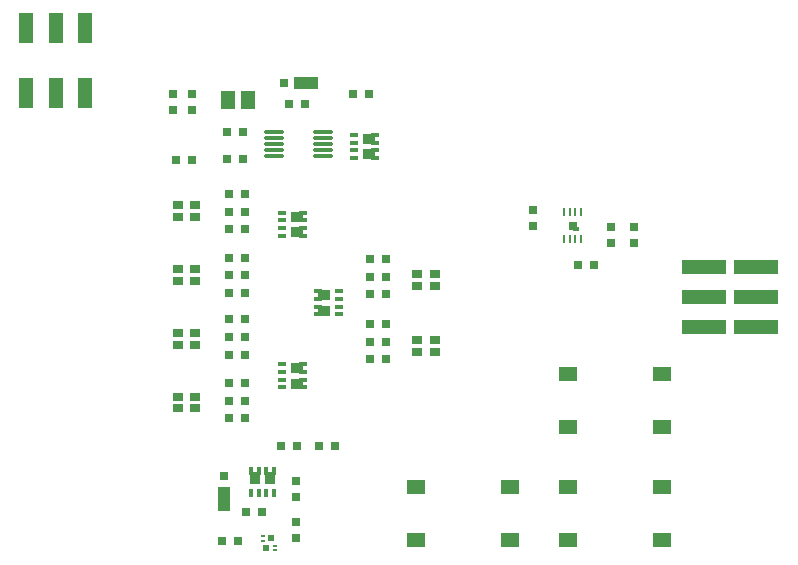
<source format=gtp>
%FSTAX24Y24*%
%MOIN*%
%SFA1B1*%

%IPPOS*%
%ADD59R,0.019300X0.016900*%
%ADD60R,0.028300X0.028300*%
%ADD61R,0.008000X0.025700*%
%ADD62R,0.029600X0.031600*%
%ADD63R,0.015800X0.008000*%
%ADD64R,0.019800X0.019800*%
%ADD65R,0.037300X0.039400*%
%ADD66R,0.037400X0.039400*%
%ADD67R,0.011900X0.027600*%
%ADD68R,0.039400X0.037300*%
%ADD69R,0.039400X0.037400*%
%ADD70R,0.027600X0.011900*%
%ADD71R,0.031600X0.029600*%
%ADD72R,0.150100X0.050100*%
%ADD73R,0.061100X0.051300*%
%ADD74R,0.047300X0.098500*%
%ADD75O,0.067000X0.011900*%
%ADD76R,0.051300X0.059100*%
%ADD77R,0.078800X0.043400*%
%ADD78R,0.031600X0.031600*%
%ADD79R,0.035500X0.027600*%
%ADD80R,0.031600X0.031600*%
%ADD81R,0.043400X0.078800*%
%LNvapeixshield-1*%
%LPD*%
G54D59*
X020461Y013344D03*
G54D60*
X020365Y013441D03*
G54D61*
X020656Y013881D03*
X020459D03*
X020262D03*
X020065D03*
X020656Y013D03*
X020459D03*
X020262D03*
X020065D03*
G54D62*
X013567Y017843D03*
X013035D03*
X020537Y012125D03*
X021069D03*
X008858Y015653D03*
X00939D03*
X010926Y017478D03*
X011458D03*
X007131Y015637D03*
X007663D03*
X008858Y016545D03*
X00939D03*
X013625Y011736D03*
X014156D03*
X013625Y012326D03*
X014156D03*
X013625Y011145D03*
X014156D03*
X013625Y00957D03*
X014156D03*
X013625Y010161D03*
X014156D03*
X013625Y00898D03*
X014156D03*
X009432Y007014D03*
X0089D03*
X009432Y007604D03*
X0089D03*
X009432Y00914D03*
X0089D03*
X009432Y008195D03*
X0089D03*
X009432Y00973D03*
X0089D03*
X009432Y010321D03*
X0089D03*
X009432Y011187D03*
X0089D03*
X009432Y011778D03*
X0089D03*
X009432Y012368D03*
X0089D03*
X009432Y013904D03*
X0089D03*
X009432Y013313D03*
X0089D03*
X009432Y014494D03*
X0089D03*
X010025Y003899D03*
X009493D03*
X009207Y002915D03*
X008675D03*
X011174Y006083D03*
X010643D03*
X012431D03*
X0119D03*
G54D63*
X010457Y002616D03*
Y002776D03*
X010027Y003093D03*
Y002933D03*
G54D64*
X01015Y002694D03*
X010313Y003021D03*
G54D65*
X010278Y00504D03*
G54D66*
X009768Y00504D03*
G54D67*
X009641Y00453D03*
X009896D03*
X010407D03*
X010151D03*
Y005255D03*
X010407D03*
X009896D03*
X009641D03*
G54D68*
X013575Y015826D03*
X011175Y008177D03*
X012079Y011118D03*
X011175Y013229D03*
G54D69*
X013575Y016337D03*
X011175Y008687D03*
X012079Y010608D03*
X011175Y013739D03*
G54D70*
X013065Y016464D03*
Y016209D03*
Y015698D03*
Y015954D03*
X01379D03*
Y015698D03*
Y016209D03*
Y016464D03*
X010665Y008814D03*
Y008559D03*
Y008048D03*
Y008304D03*
X01139D03*
Y008048D03*
Y008559D03*
Y008814D03*
X012589Y010481D03*
Y010736D03*
Y011247D03*
Y010991D03*
X011864D03*
Y011247D03*
Y010736D03*
Y010481D03*
X010665Y013867D03*
Y013612D03*
Y013101D03*
Y013357D03*
X01139D03*
Y013101D03*
Y013612D03*
Y013867D03*
G54D71*
X019059Y013441D03*
Y013972D03*
X021654Y013404D03*
Y012873D03*
X007671Y017282D03*
Y017814D03*
X007041D03*
Y017282D03*
X011138Y004921D03*
Y004389D03*
Y003044D03*
Y003575D03*
X022425Y013404D03*
Y012873D03*
G54D72*
X026491Y010055D03*
X024741D03*
X026491Y011055D03*
X024741D03*
X026491Y012055D03*
X024741D03*
G54D73*
X020212Y00297D03*
X023342D03*
Y004742D03*
X020212D03*
X0202Y006734D03*
X02333D03*
Y008506D03*
X0202D03*
X015133Y002964D03*
X018263D03*
Y004736D03*
X015133D03*
G54D74*
X002147Y017853D03*
X004116D03*
X003131D03*
Y020019D03*
X004116D03*
X002147D03*
G54D75*
X012037Y015769D03*
Y015965D03*
Y016162D03*
Y016359D03*
Y016556D03*
X010422Y015769D03*
Y015965D03*
Y016162D03*
Y016359D03*
Y016556D03*
G54D76*
X00887Y01764D03*
X00954D03*
G54D77*
X011476Y018207D03*
G54D78*
X010728Y018207D03*
G54D79*
X007788Y009864D03*
Y009471D03*
X007198Y009864D03*
Y009471D03*
X007788Y011995D03*
Y011602D03*
X007198Y011995D03*
Y011602D03*
X007788Y007739D03*
Y007346D03*
X007198Y007739D03*
Y007346D03*
X007788Y014121D03*
Y013728D03*
X007198Y014121D03*
Y013728D03*
X01519Y011442D03*
Y011835D03*
X01578Y011442D03*
Y011835D03*
X01519Y009231D03*
Y009624D03*
X01578Y009231D03*
Y009624D03*
G54D80*
X008733Y005081D03*
G54D81*
X008733Y004333D03*
M02*
</source>
